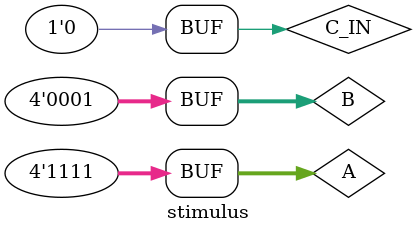
<source format=v>
module fulladd(sum, c_out, a, b, c_in);
	output sum, c_out;
	input a, b, c_in;
	wire s1, c1, c2;
	xor(s1, a, b);
	and(c1, a, b);
	xor(sum, s1, c_in);
	and(c2, s1, c_in);
	or(c_out, c2, c1);
endmodule

module fulladd4(sum, c_out, a, b, c_in);
	output[3:0] sum;
	output c_out;
	input[3:0] a, b;
	input c_in;
	wire c1, c2, c3;
	fulladd fa0(sum[0], c1, a[0], b[0], c_in);
	fulladd fa1(sum[1], c2, a[1], b[1], c1);
	fulladd fa2(sum[2], c3, a[2], b[2], c2);
	fulladd fa3(sum[3], c_out, a[3], b[3], c3);
endmodule

module stimulus;
	reg [3:0] A, B;
	reg C_IN;
	wire[3:0] sum;
	wire C_OUT;
	fulladd4 FA4(sum, C_OUT, A, B, C_IN);
	initial
		begin
		$monitor($time, "A=%b, B=%b, C_IN=%b, ---, C_OUT=%b, sum = %b\n", A, B, C_IN, C_OUT, sum);
		end
	initial
		begin
		A=4'd0; B=4'd0; C_IN = 1'b0;
		#5 A=4'd3; B=4'd4;
		#5 A=4'd4; B=4'd5;
		#5 A=4'd15; B=4'd1;
		end
endmodule

</source>
